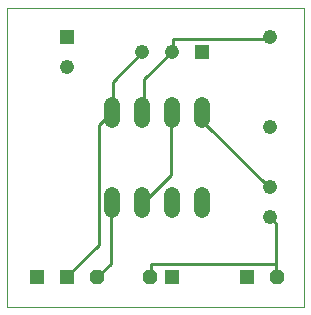
<source format=gtl>
G75*
G70*
%OFA0B0*%
%FSLAX24Y24*%
%IPPOS*%
%LPD*%
%AMOC8*
5,1,8,0,0,1.08239X$1,22.5*
%
%ADD10C,0.0000*%
%ADD11C,0.0520*%
%ADD12R,0.0476X0.0476*%
%ADD13OC8,0.0476*%
%ADD14C,0.0476*%
%ADD15C,0.0100*%
D10*
X000101Y000101D02*
X000101Y010097D01*
X009971Y010097D01*
X009971Y000101D01*
X000101Y000101D01*
D11*
X003601Y003341D02*
X003601Y003861D01*
X004601Y003861D02*
X004601Y003341D01*
X005601Y003341D02*
X005601Y003861D01*
X006601Y003861D02*
X006601Y003341D01*
X006601Y006341D02*
X006601Y006861D01*
X005601Y006861D02*
X005601Y006341D01*
X004601Y006341D02*
X004601Y006861D01*
X003601Y006861D02*
X003601Y006341D01*
D12*
X006601Y008601D03*
X002101Y009101D03*
X002101Y001101D03*
X001101Y001101D03*
X005601Y001101D03*
X008101Y001101D03*
D13*
X009101Y001101D03*
X004851Y001101D03*
X003101Y001101D03*
D14*
X008851Y003101D03*
X008851Y004101D03*
X008851Y006101D03*
X005601Y008601D03*
X004601Y008601D03*
X002101Y008101D03*
X008851Y009101D03*
D15*
X008821Y009061D01*
X005621Y009061D01*
X005621Y008661D01*
X005601Y008601D01*
X005541Y008581D01*
X004661Y007701D01*
X004661Y006661D01*
X004601Y006601D01*
X005541Y006581D02*
X005601Y006601D01*
X005541Y006581D02*
X005541Y004501D01*
X004661Y003621D01*
X004601Y003601D01*
X003601Y003601D02*
X003541Y003541D01*
X003541Y001541D01*
X003101Y001101D01*
X002101Y001101D02*
X002101Y001141D01*
X003141Y002181D01*
X003141Y006181D01*
X003541Y006581D01*
X003601Y006601D01*
X003621Y006661D01*
X003621Y007621D01*
X004601Y008601D01*
X006601Y006601D02*
X006661Y006581D01*
X006661Y006261D01*
X008821Y004101D01*
X008851Y004101D01*
X008851Y003101D02*
X008901Y003061D01*
X009061Y002901D01*
X009061Y001541D01*
X004901Y001541D01*
X004901Y001141D01*
X004851Y001101D01*
X009061Y001141D02*
X009101Y001101D01*
X009061Y001141D02*
X009061Y001541D01*
M02*

</source>
